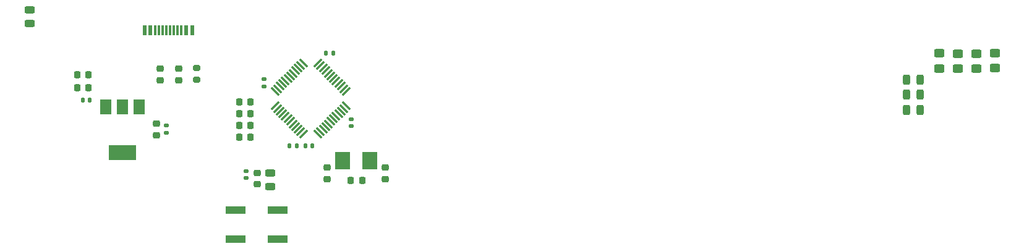
<source format=gbr>
G04 #@! TF.GenerationSoftware,KiCad,Pcbnew,(6.0.0-0)*
G04 #@! TF.CreationDate,2022-01-14T12:57:41+01:00*
G04 #@! TF.ProjectId,modelh,6d6f6465-6c68-42e6-9b69-6361645f7063,v0.1*
G04 #@! TF.SameCoordinates,Original*
G04 #@! TF.FileFunction,Paste,Top*
G04 #@! TF.FilePolarity,Positive*
%FSLAX46Y46*%
G04 Gerber Fmt 4.6, Leading zero omitted, Abs format (unit mm)*
G04 Created by KiCad (PCBNEW (6.0.0-0)) date 2022-01-14 12:57:41*
%MOMM*%
%LPD*%
G01*
G04 APERTURE LIST*
G04 Aperture macros list*
%AMRoundRect*
0 Rectangle with rounded corners*
0 $1 Rounding radius*
0 $2 $3 $4 $5 $6 $7 $8 $9 X,Y pos of 4 corners*
0 Add a 4 corners polygon primitive as box body*
4,1,4,$2,$3,$4,$5,$6,$7,$8,$9,$2,$3,0*
0 Add four circle primitives for the rounded corners*
1,1,$1+$1,$2,$3*
1,1,$1+$1,$4,$5*
1,1,$1+$1,$6,$7*
1,1,$1+$1,$8,$9*
0 Add four rect primitives between the rounded corners*
20,1,$1+$1,$2,$3,$4,$5,0*
20,1,$1+$1,$4,$5,$6,$7,0*
20,1,$1+$1,$6,$7,$8,$9,0*
20,1,$1+$1,$8,$9,$2,$3,0*%
G04 Aperture macros list end*
%ADD10R,0.600000X1.450000*%
%ADD11R,0.300000X1.450000*%
%ADD12RoundRect,0.218750X-0.256250X0.218750X-0.256250X-0.218750X0.256250X-0.218750X0.256250X0.218750X0*%
%ADD13RoundRect,0.218750X0.256250X-0.218750X0.256250X0.218750X-0.256250X0.218750X-0.256250X-0.218750X0*%
%ADD14R,1.500000X2.000000*%
%ADD15R,3.800000X2.000000*%
%ADD16RoundRect,0.218750X-0.218750X-0.256250X0.218750X-0.256250X0.218750X0.256250X-0.218750X0.256250X0*%
%ADD17RoundRect,0.218750X0.218750X0.256250X-0.218750X0.256250X-0.218750X-0.256250X0.218750X-0.256250X0*%
%ADD18RoundRect,0.147500X0.172500X-0.147500X0.172500X0.147500X-0.172500X0.147500X-0.172500X-0.147500X0*%
%ADD19RoundRect,0.147500X0.147500X0.172500X-0.147500X0.172500X-0.147500X-0.172500X0.147500X-0.172500X0*%
%ADD20R,2.750000X1.000000*%
%ADD21RoundRect,0.075000X0.521491X-0.415425X-0.415425X0.521491X-0.521491X0.415425X0.415425X-0.521491X0*%
%ADD22RoundRect,0.075000X0.521491X0.415425X0.415425X0.521491X-0.521491X-0.415425X-0.415425X-0.521491X0*%
%ADD23R,2.000000X2.400000*%
%ADD24RoundRect,0.243750X0.456250X-0.243750X0.456250X0.243750X-0.456250X0.243750X-0.456250X-0.243750X0*%
%ADD25RoundRect,0.147500X-0.172500X0.147500X-0.172500X-0.147500X0.172500X-0.147500X0.172500X0.147500X0*%
%ADD26RoundRect,0.250000X-0.450000X0.325000X-0.450000X-0.325000X0.450000X-0.325000X0.450000X0.325000X0*%
%ADD27RoundRect,0.243750X0.243750X0.456250X-0.243750X0.456250X-0.243750X-0.456250X0.243750X-0.456250X0*%
%ADD28RoundRect,0.147500X-0.147500X-0.172500X0.147500X-0.172500X0.147500X0.172500X-0.147500X0.172500X0*%
%ADD29RoundRect,0.243750X-0.456250X0.243750X-0.456250X-0.243750X0.456250X-0.243750X0.456250X0.243750X0*%
%ADD30RoundRect,0.200000X0.275000X-0.200000X0.275000X0.200000X-0.275000X0.200000X-0.275000X-0.200000X0*%
G04 APERTURE END LIST*
D10*
X92020000Y-53635000D03*
X91220000Y-53635000D03*
D11*
X90520000Y-53635000D03*
X89520000Y-53635000D03*
X88020000Y-53635000D03*
X87020000Y-53635000D03*
D10*
X86320000Y-53635000D03*
X85520000Y-53635000D03*
X85520000Y-53635000D03*
X86320000Y-53635000D03*
D11*
X87520000Y-53635000D03*
X88520000Y-53635000D03*
X89020000Y-53635000D03*
X90020000Y-53635000D03*
D10*
X91220000Y-53635000D03*
X92020000Y-53635000D03*
D12*
X90170000Y-58902500D03*
X90170000Y-60477500D03*
D13*
X87170000Y-68027500D03*
X87170000Y-66452500D03*
D14*
X84820000Y-64090000D03*
D15*
X82520000Y-70390000D03*
D14*
X82520000Y-64090000D03*
X80220000Y-64090000D03*
D12*
X87630000Y-58902500D03*
X87630000Y-60477500D03*
D16*
X98482500Y-66640000D03*
X100057500Y-66640000D03*
D17*
X100057500Y-65040000D03*
X98482500Y-65040000D03*
D12*
X118520000Y-72452500D03*
X118520000Y-74027500D03*
D17*
X115307500Y-74240000D03*
X113732500Y-74240000D03*
D18*
X101870000Y-61325000D03*
X101870000Y-60355000D03*
D19*
X108505000Y-69440000D03*
X107535000Y-69440000D03*
D20*
X97990000Y-82290000D03*
X103750000Y-82290000D03*
X103750000Y-78290000D03*
X97990000Y-78290000D03*
D19*
X78040000Y-63240000D03*
X77070000Y-63240000D03*
D18*
X88470000Y-67675000D03*
X88470000Y-66705000D03*
D21*
X109268788Y-67877876D03*
X109622342Y-67524322D03*
X109975895Y-67170769D03*
X110329449Y-66817215D03*
X110683002Y-66463662D03*
X111036555Y-66110109D03*
X111390109Y-65756555D03*
X111743662Y-65403002D03*
X112097215Y-65049449D03*
X112450769Y-64695895D03*
X112804322Y-64342342D03*
X113157876Y-63988788D03*
D22*
X113157876Y-61991212D03*
X112804322Y-61637658D03*
X112450769Y-61284105D03*
X112097215Y-60930551D03*
X111743662Y-60576998D03*
X111390109Y-60223445D03*
X111036555Y-59869891D03*
X110683002Y-59516338D03*
X110329449Y-59162785D03*
X109975895Y-58809231D03*
X109622342Y-58455678D03*
X109268788Y-58102124D03*
D21*
X107271212Y-58102124D03*
X106917658Y-58455678D03*
X106564105Y-58809231D03*
X106210551Y-59162785D03*
X105856998Y-59516338D03*
X105503445Y-59869891D03*
X105149891Y-60223445D03*
X104796338Y-60576998D03*
X104442785Y-60930551D03*
X104089231Y-61284105D03*
X103735678Y-61637658D03*
X103382124Y-61991212D03*
D22*
X103382124Y-63988788D03*
X103735678Y-64342342D03*
X104089231Y-64695895D03*
X104442785Y-65049449D03*
X104796338Y-65403002D03*
X105149891Y-65756555D03*
X105503445Y-66110109D03*
X105856998Y-66463662D03*
X106210551Y-66817215D03*
X106564105Y-67170769D03*
X106917658Y-67524322D03*
X107271212Y-67877876D03*
D19*
X106355000Y-69440000D03*
X105385000Y-69440000D03*
D12*
X110520000Y-72452500D03*
X110520000Y-74027500D03*
D23*
X116370000Y-71490000D03*
X112670000Y-71490000D03*
D24*
X102770000Y-75077500D03*
X102770000Y-73202500D03*
D12*
X100970000Y-73152500D03*
X100970000Y-74727500D03*
D17*
X100057500Y-68240000D03*
X98482500Y-68240000D03*
X100057500Y-63440000D03*
X98482500Y-63440000D03*
D25*
X99470000Y-72905000D03*
X99470000Y-73875000D03*
D26*
X196850000Y-56815000D03*
X196850000Y-58865000D03*
X194310000Y-56790000D03*
X194310000Y-58840000D03*
X201930000Y-56760000D03*
X201930000Y-58810000D03*
X199390000Y-56815000D03*
X199390000Y-58865000D03*
D27*
X191737500Y-60440000D03*
X189862500Y-60440000D03*
X191737500Y-62470000D03*
X189862500Y-62470000D03*
X191737500Y-64540000D03*
X189862500Y-64540000D03*
D28*
X110385000Y-56740000D03*
X111355000Y-56740000D03*
D17*
X77870000Y-61540000D03*
X76295000Y-61540000D03*
D29*
X69770000Y-50802500D03*
X69770000Y-52677500D03*
D16*
X76282500Y-59740000D03*
X77857500Y-59740000D03*
D25*
X113800000Y-65815000D03*
X113800000Y-66785000D03*
D30*
X92670000Y-60415000D03*
X92670000Y-58765000D03*
M02*

</source>
